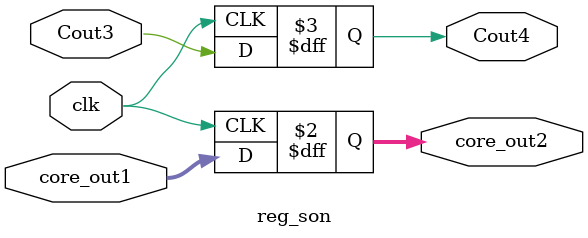
<source format=v>
`timescale 1ns / 1ps


module core_pipeline(
    input clk,
    input rst,
    input [13:0] instraction,
    output [7:0] core_out,
    output [4:0] pc
    );
    
    wire [3:0] rd; 
    wire [3:0] rs1;
    wire [3:0] rs2;
    wire [7:0] imm;
    wire w;
    wire [7:0] A;
    wire [7:0] B;
    wire [7:0] rd_data;
    wire [7:0] ALU_out;
    wire Cout;
    
    wire w2;
    wire [3:0] rd2;
    wire [3:0] rs12;
    wire [3:0] rs22;
    wire [7:0] imm2;
    wire [7:0] rd_data2;
    wire [7:0] A2;
    wire [7:0] B2;
    wire [7:0] ALU_out2;
    wire Cout2;
    wire [7:0] rd_data3;
    wire [7:0] core_out2;
    wire Cout3; 
    
    wire [3:0] control;
    wire [3:0] control2;
    wire [3:0] control3;
    wire [3:0] control4;
    wire [3:0] control5;
  
    
    program_counter PC(
        .clk(clk),
        .rst(rst),
        .pc(pc)
    );
        
    Decoder D(
        .inst(instraction),
        .rd(rd),
        .rs1(rs1),
        .rs2(rs2),
        .imm(imm),
        .w(w),
        .control(control)
    );
    
    reg_rf rf(
        .clk(clk),
        .rst(rst),
        .w1(w),
        .rd1(rd),
        .rs11(rs1),
        .rs21(rs2),
        .imm(imm),
        .control1(control),
        .w2(w2),
        .rd2(rd2),
        .rs12(rs12),
        .rs22(rs22),
        .imm2(imm2),
        .control2(control2)
    );

    Reg_File reg_fd(
        .rd(rd2),
        .rs1(rs12),
        .rs2(rs22),
        .imm(imm2),
        .clk(clk),
        .rst(rst),
        .w(w2),
        .A(A),
        .B(B),
        .rd_data(rd_data)
    );
    
    reg_ALU rA(
        .clk(clk),
        .rd_data1(rd_data),
        .A1(A),
        .B1(B),
        .control3(control2),
        .rd_data2(rd_data2),
        .A2(A2),
        .B2(B2),
        .control4(control3)
    );
    
    ALU_pipe alu(
        .clk(clk),
        .A(A2),
        .B(B2),
        .control(control3),
        .ALU_out(ALU_out),
        .Cout(Cout),
        .ctrl_out(control4)
    );
    
    reg_mux rm(
        .clk(clk),
        .ALU_out1(ALU_out),
        .Cout1(Cout),
        .rd_data3(rd_data2),
        .control5(control4), //
        .ALU_out2(ALU_out2),
        .Cout2(Cout2),
        .rd_data4(rd_data3),
        .control6(control5)
    );
    
    mux_2x1_8bit MUX(
        .S(!control5[3]),
        .i0(rd_data3),
        .i1(ALU_out2),
        .out(core_out)
    );
    
    reg_son rs(
        .clk(clk),
        .core_out1(core_out),
        .Cout3(Cout2),
        .core_out2(core_out2),
        .Cout4(Cout3)
    );
endmodule

module reg_rf(
    input clk,
    input rst,
    input w1,
    input [3:0] rd1,
    input [3:0] rs11,
    input [3:0] rs21,
    input [7:0] imm,
    input [3:0] control1,
    output reg w2,
    output reg [3:0] rd2,
    output reg [3:0] rs12,
    output reg [3:0] rs22,
    output reg [7:0] imm2,
    output reg [3:0] control2
    );

    always @(posedge clk) begin
        if (rst == 0)
            w2 <= 0;
        else begin
            w2 <= w1;
            rd2 <= rd1;
            rs12 <= rs11;
            rs22 <= rs21;
            imm2 <= imm;
            control2 <= control1;
        end
    end
endmodule 

module reg_ALU(
    input clk,
    input [7:0] rd_data1,
    input [7:0] A1,
    input [7:0] B1,
    input [3:0] control3,
    
    output reg [7:0] rd_data2,
    output reg [7:0] A2,
    output reg [7:0] B2,
    output reg [3:0] control4
    );
    always @(posedge clk) begin
        rd_data2 <= rd_data1;
        A2 <= A1;
        B2 <= B1;
        control4 <= control3; 
    end
endmodule

module reg_mux(
    input clk,
    input [7:0] ALU_out1,
    input Cout1,
    input [7:0] rd_data3,
    input [3:0] control5,
    
    output reg [7:0] ALU_out2,
    output reg Cout2,
    output reg [7:0] rd_data4,
    output reg [3:0] control6
    );
    always @(posedge clk) begin
         ALU_out2 <= ALU_out1;
         Cout2 <= Cout1;
         rd_data4 <= rd_data3;
         control6 <= control5;
    end
endmodule

module reg_son(
    input clk,
    input [7:0] core_out1,
    input Cout3,
    output reg [7:0] core_out2,
    output reg Cout4
    
);

always @(posedge clk) begin
    core_out2 <= core_out1;
    Cout4 <= Cout3;
end
endmodule
</source>
